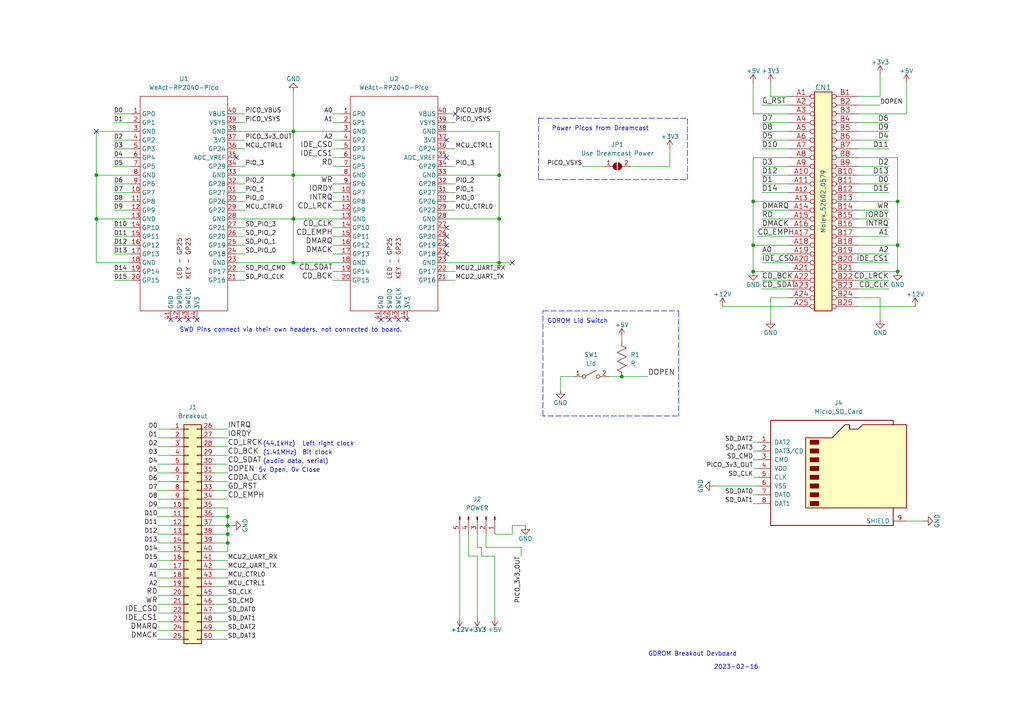
<source format=kicad_sch>
(kicad_sch (version 20211123) (generator eeschema)
  (paper "A4")
  (lib_symbols
    (symbol "Connector:Conn_01x05_Male" (pin_names (offset 1.016) hide)
      (property "Reference" "J" (at 0 7.62 0))
      (property "Value" "Conn_01x05_Male" (at 0 -7.62 0))
      (symbol "Conn_01x05_Male_1_1"
        (pin passive line (at 5.08 5.08 180) (length 3.81) (name "Pin_1") (number "1"))
        (pin passive line (at 5.08 2.54 180) (length 3.81) (name "Pin_2") (number "2"))
        (pin passive line (at 5.08 0 180) (length 3.81) (name "Pin_3") (number "3"))
        (pin passive line (at 5.08 -2.54 180) (length 3.81) (name "Pin_4") (number "4"))
        (pin passive line (at 5.08 -5.08 180) (length 3.81) (name "Pin_5") (number "5"))
      )
    )
    (symbol "Connector:Micro_SD_Card" (pin_names (offset 1.016))
      (property "Reference" "J" (at -16.51 15.24 0))
      (property "Value" "Micro_SD_Card" (at 16.51 15.24 0))
      (symbol "Micro_SD_Card_1_1"
        (pin bidirectional line (at -22.86 7.62 0) (length 3.81) (name "DAT2") (number "1"))
        (pin bidirectional line (at -22.86 5.08 0) (length 3.81) (name "DAT3/CD") (number "2"))
        (pin input line (at -22.86 2.54 0) (length 3.81) (name "CMD") (number "3"))
        (pin power_in line (at -22.86 0 0) (length 3.81) (name "VDD") (number "4"))
        (pin input line (at -22.86 -2.54 0) (length 3.81) (name "CLK") (number "5"))
        (pin power_in line (at -22.86 -5.08 0) (length 3.81) (name "VSS") (number "6"))
        (pin bidirectional line (at -22.86 -7.62 0) (length 3.81) (name "DAT0") (number "7"))
        (pin bidirectional line (at -22.86 -10.16 0) (length 3.81) (name "DAT1") (number "8"))
        (pin passive line (at 20.32 -15.24 180) (length 3.81) (name "SHIELD") (number "9"))
      )
    )
    (symbol "Connector_Generic:Conn_02x25_Top_Bottom" (pin_names (offset 1.016) hide)
      (property "Reference" "J" (at 1.27 33.02 0))
      (property "Value" "Conn_02x25_Top_Bottom" (at 1.27 -33.02 0))
      (symbol "Conn_02x25_Top_Bottom_1_1"
        (pin passive line (at -5.08 30.48 0) (length 3.81) (name "Pin_1") (number "1"))
        (pin passive line (at -5.08 7.62 0) (length 3.81) (name "Pin_10") (number "10"))
        (pin passive line (at -5.08 5.08 0) (length 3.81) (name "Pin_11") (number "11"))
        (pin passive line (at -5.08 2.54 0) (length 3.81) (name "Pin_12") (number "12"))
        (pin passive line (at -5.08 0 0) (length 3.81) (name "Pin_13") (number "13"))
        (pin passive line (at -5.08 -2.54 0) (length 3.81) (name "Pin_14") (number "14"))
        (pin passive line (at -5.08 -5.08 0) (length 3.81) (name "Pin_15") (number "15"))
        (pin passive line (at -5.08 -7.62 0) (length 3.81) (name "Pin_16") (number "16"))
        (pin passive line (at -5.08 -10.16 0) (length 3.81) (name "Pin_17") (number "17"))
        (pin passive line (at -5.08 -12.7 0) (length 3.81) (name "Pin_18") (number "18"))
        (pin passive line (at -5.08 -15.24 0) (length 3.81) (name "Pin_19") (number "19"))
        (pin passive line (at -5.08 27.94 0) (length 3.81) (name "Pin_2") (number "2"))
        (pin passive line (at -5.08 -17.78 0) (length 3.81) (name "Pin_20") (number "20"))
        (pin passive line (at -5.08 -20.32 0) (length 3.81) (name "Pin_21") (number "21"))
        (pin passive line (at -5.08 -22.86 0) (length 3.81) (name "Pin_22") (number "22"))
        (pin passive line (at -5.08 -25.4 0) (length 3.81) (name "Pin_23") (number "23"))
        (pin passive line (at -5.08 -27.94 0) (length 3.81) (name "Pin_24") (number "24"))
        (pin passive line (at -5.08 -30.48 0) (length 3.81) (name "Pin_25") (number "25"))
        (pin passive line (at 7.62 30.48 180) (length 3.81) (name "Pin_26") (number "26"))
        (pin passive line (at 7.62 27.94 180) (length 3.81) (name "Pin_27") (number "27"))
        (pin passive line (at 7.62 25.4 180) (length 3.81) (name "Pin_28") (number "28"))
        (pin passive line (at 7.62 22.86 180) (length 3.81) (name "Pin_29") (number "29"))
        (pin passive line (at -5.08 25.4 0) (length 3.81) (name "Pin_3") (number "3"))
        (pin passive line (at 7.62 20.32 180) (length 3.81) (name "Pin_30") (number "30"))
        (pin passive line (at 7.62 17.78 180) (length 3.81) (name "Pin_31") (number "31"))
        (pin passive line (at 7.62 15.24 180) (length 3.81) (name "Pin_32") (number "32"))
        (pin passive line (at 7.62 12.7 180) (length 3.81) (name "Pin_33") (number "33"))
        (pin passive line (at 7.62 10.16 180) (length 3.81) (name "Pin_34") (number "34"))
        (pin passive line (at 7.62 7.62 180) (length 3.81) (name "Pin_35") (number "35"))
        (pin passive line (at 7.62 5.08 180) (length 3.81) (name "Pin_36") (number "36"))
        (pin passive line (at 7.62 2.54 180) (length 3.81) (name "Pin_37") (number "37"))
        (pin passive line (at 7.62 0 180) (length 3.81) (name "Pin_38") (number "38"))
        (pin passive line (at 7.62 -2.54 180) (length 3.81) (name "Pin_39") (number "39"))
        (pin passive line (at -5.08 22.86 0) (length 3.81) (name "Pin_4") (number "4"))
        (pin passive line (at 7.62 -5.08 180) (length 3.81) (name "Pin_40") (number "40"))
        (pin passive line (at 7.62 -7.62 180) (length 3.81) (name "Pin_41") (number "41"))
        (pin passive line (at 7.62 -10.16 180) (length 3.81) (name "Pin_42") (number "42"))
        (pin passive line (at 7.62 -12.7 180) (length 3.81) (name "Pin_43") (number "43"))
        (pin passive line (at 7.62 -15.24 180) (length 3.81) (name "Pin_44") (number "44"))
        (pin passive line (at 7.62 -17.78 180) (length 3.81) (name "Pin_45") (number "45"))
        (pin passive line (at 7.62 -20.32 180) (length 3.81) (name "Pin_46") (number "46"))
        (pin passive line (at 7.62 -22.86 180) (length 3.81) (name "Pin_47") (number "47"))
        (pin passive line (at 7.62 -25.4 180) (length 3.81) (name "Pin_48") (number "48"))
        (pin passive line (at 7.62 -27.94 180) (length 3.81) (name "Pin_49") (number "49"))
        (pin passive line (at -5.08 20.32 0) (length 3.81) (name "Pin_5") (number "5"))
        (pin passive line (at 7.62 -30.48 180) (length 3.81) (name "Pin_50") (number "50"))
        (pin passive line (at -5.08 17.78 0) (length 3.81) (name "Pin_6") (number "6"))
        (pin passive line (at -5.08 15.24 0) (length 3.81) (name "Pin_7") (number "7"))
        (pin passive line (at -5.08 12.7 0) (length 3.81) (name "Pin_8") (number "8"))
        (pin passive line (at -5.08 10.16 0) (length 3.81) (name "Pin_9") (number "9"))
      )
    )
    (symbol "Jumper:SolderJumper_2_Open" (pin_names (offset 0) hide)
      (property "Reference" "JP" (at 0 2.032 0))
      (property "Value" "SolderJumper_2_Open" (at 0 -2.54 0))
      (symbol "SolderJumper_2_Open_1_1"
        (pin passive line (at -3.81 0 0) (length 2.54) (name "A") (number "1"))
        (pin passive line (at 3.81 0 180) (length 2.54) (name "B") (number "2"))
      )
    )
    (symbol "Molex_52602_0579:Molex_52602_0579" (pin_names (offset 0.254) hide)
      (property "Reference" "CN" (at 0 33.02 0))
      (property "Value" "Molex_52602_0579" (at 0 0 90))
      (symbol "Molex_52602_0579_1_1"
        (pin passive inverted (at -10.16 30.48 0) (length 7.62) (name "A1") (number "A1"))
        (pin passive inverted (at -10.16 7.62 0) (length 7.62) (name "A10") (number "A10"))
        (pin passive inverted (at -10.16 5.08 0) (length 7.62) (name "A11") (number "A11"))
        (pin input inverted (at -10.16 2.54 0) (length 7.62) (name "A12") (number "A12"))
        (pin input inverted (at -10.16 0 0) (length 7.62) (name "A13") (number "A13"))
        (pin passive inverted (at -10.16 -2.54 0) (length 7.62) (name "A14") (number "A14"))
        (pin passive inverted (at -10.16 -5.08 0) (length 7.62) (name "A15") (number "A15"))
        (pin passive inverted (at -10.16 -7.62 0) (length 7.62) (name "A16") (number "A16"))
        (pin passive inverted (at -10.16 -10.16 0) (length 7.62) (name "A17") (number "A17"))
        (pin passive inverted (at -10.16 -12.7 0) (length 7.62) (name "A18") (number "A18"))
        (pin passive inverted (at -10.16 -15.24 0) (length 7.62) (name "A19") (number "A19"))
        (pin passive inverted (at -10.16 27.94 0) (length 7.62) (name "A2") (number "A2"))
        (pin passive inverted (at -10.16 -17.78 0) (length 7.62) (name "A20") (number "A20"))
        (pin passive inverted (at -10.16 -20.32 0) (length 7.62) (name "A21") (number "A21"))
        (pin passive inverted (at -10.16 -22.86 0) (length 7.62) (name "A22") (number "A22"))
        (pin passive inverted (at -10.16 -25.4 0) (length 7.62) (name "A23") (number "A23"))
        (pin passive inverted (at -10.16 -27.94 0) (length 7.62) (name "A24") (number "A24"))
        (pin passive inverted (at -10.16 -30.48 0) (length 7.62) (name "A25") (number "A25"))
        (pin passive inverted (at -10.16 25.4 0) (length 7.62) (name "A3") (number "A3"))
        (pin passive inverted (at -10.16 22.86 0) (length 7.62) (name "A4") (number "A4"))
        (pin passive inverted (at -10.16 20.32 0) (length 7.62) (name "A5") (number "A5"))
        (pin passive inverted (at -10.16 17.78 0) (length 7.62) (name "A6") (number "A6"))
        (pin passive inverted (at -10.16 15.24 0) (length 7.62) (name "A7") (number "A7"))
        (pin passive inverted (at -10.16 12.7 0) (length 7.62) (name "A8") (number "A8"))
        (pin passive inverted (at -10.16 10.16 0) (length 7.62) (name "A9") (number "A9"))
        (pin passive inverted (at 10.16 30.48 180) (length 7.62) (name "B1") (number "B1"))
        (pin passive inverted (at 10.16 7.62 180) (length 7.62) (name "B10") (number "B10"))
        (pin passive inverted (at 10.16 5.08 180) (length 7.62) (name "B11") (number "B11"))
        (pin passive inverted (at 10.16 2.54 180) (length 7.62) (name "B12") (number "B12"))
        (pin passive inverted (at 10.16 0 180) (length 7.62) (name "B13") (number "B13"))
        (pin passive inverted (at 10.16 -2.54 180) (length 7.62) (name "B14") (number "B14"))
        (pin passive inverted (at 10.16 -5.08 180) (length 7.62) (name "B15") (number "B15"))
        (pin passive inverted (at 10.16 -7.62 180) (length 7.62) (name "B16") (number "B16"))
        (pin passive inverted (at 10.16 -10.16 180) (length 7.62) (name "B17") (number "B17"))
        (pin passive inverted (at 10.16 -12.7 180) (length 7.62) (name "B18") (number "B18"))
        (pin passive inverted (at 10.16 -15.24 180) (length 7.62) (name "B19") (number "B19"))
        (pin passive inverted (at 10.16 27.94 180) (length 7.62) (name "B2") (number "B2"))
        (pin passive inverted (at 10.16 -17.78 180) (length 7.62) (name "B20") (number "B20"))
        (pin passive inverted (at 10.16 -20.32 180) (length 7.62) (name "B21") (number "B21"))
        (pin passive inverted (at 10.16 -22.86 180) (length 7.62) (name "B22") (number "B22"))
        (pin passive inverted (at 10.16 -25.4 180) (length 7.62) (name "B23") (number "B23"))
        (pin passive inverted (at 10.16 -27.94 180) (length 7.62) (name "B24") (number "B24"))
        (pin passive inverted (at 10.16 -30.48 180) (length 7.62) (name "B25") (number "B25"))
        (pin passive inverted (at 10.16 25.4 180) (length 7.62) (name "B3") (number "B3"))
        (pin passive inverted (at 10.16 22.86 180) (length 7.62) (name "B4") (number "B4"))
        (pin passive inverted (at 10.16 20.32 180) (length 7.62) (name "B5") (number "B5"))
        (pin passive inverted (at 10.16 17.78 180) (length 7.62) (name "B6") (number "B6"))
        (pin passive inverted (at 10.16 15.24 180) (length 7.62) (name "B7") (number "B7"))
        (pin passive inverted (at 10.16 12.7 180) (length 7.62) (name "B8") (number "B8"))
        (pin passive inverted (at 10.16 10.16 180) (length 7.62) (name "B9") (number "B9"))
      )
    )
    (symbol "Switch:SW_SPST" (pin_names (offset 0) hide)
      (property "Reference" "SW" (at 0 3.175 0))
      (property "Value" "SW_SPST" (at 0 -2.54 0))
      (symbol "SW_SPST_1_1"
        (pin passive line (at -5.08 0 0) (length 2.54) (name "A") (number "1"))
        (pin passive line (at 5.08 0 180) (length 2.54) (name "B") (number "2"))
      )
    )
    (symbol "Weact-RP2040-Pico:WeAct-RP2040-Pico"
      (property "Reference" "U" (at 0 16.51 0))
      (property "Value" "WeAct-RP2040-Pico" (at 0 19.05 0))
      (symbol "WeAct-RP2040-Pico_0_0"
        (text "KEY - GP23" (at 1.27 -26.67 900) (effects (font (size 1.27 1.27))))
        (text "LED - GP25" (at -1.27 -26.67 900) (effects (font (size 1.27 1.27))))
      )
      (symbol "WeAct-RP2040-Pico_1_1"
        (pin bidirectional line (at -15.24 15.24 0) (length 2.54) (name "GP0") (number "1"))
        (pin bidirectional line (at -15.24 -7.62 0) (length 2.54) (name "GP7") (number "10"))
        (pin bidirectional line (at -15.24 -10.16 0) (length 2.54) (name "GP8") (number "11"))
        (pin bidirectional line (at -15.24 -12.7 0) (length 2.54) (name "GP9") (number "12"))
        (pin bidirectional line (at -15.24 -15.24 0) (length 2.54) (name "GND") (number "13"))
        (pin bidirectional line (at -15.24 -17.78 0) (length 2.54) (name "GP10") (number "14"))
        (pin bidirectional line (at -15.24 -20.32 0) (length 2.54) (name "GP11") (number "15"))
        (pin bidirectional line (at -15.24 -22.86 0) (length 2.54) (name "GP12") (number "16"))
        (pin bidirectional line (at -15.24 -25.4 0) (length 2.54) (name "GP13") (number "17"))
        (pin bidirectional line (at -15.24 -27.94 0) (length 2.54) (name "GND") (number "18"))
        (pin bidirectional line (at -15.24 -30.48 0) (length 2.54) (name "GP14") (number "19"))
        (pin bidirectional line (at -15.24 12.7 0) (length 2.54) (name "GP1") (number "2"))
        (pin bidirectional line (at -15.24 -33.02 0) (length 2.54) (name "GP15") (number "20"))
        (pin bidirectional line (at 15.24 -33.02 180) (length 2.54) (name "GP16") (number "21"))
        (pin bidirectional line (at 15.24 -30.48 180) (length 2.54) (name "GP17") (number "22"))
        (pin bidirectional line (at 15.24 -27.94 180) (length 2.54) (name "GND") (number "23"))
        (pin bidirectional line (at 15.24 -25.4 180) (length 2.54) (name "GP18") (number "24"))
        (pin bidirectional line (at 15.24 -22.86 180) (length 2.54) (name "GP19") (number "25"))
        (pin bidirectional line (at 15.24 -20.32 180) (length 2.54) (name "GP20") (number "26"))
        (pin bidirectional line (at 15.24 -17.78 180) (length 2.54) (name "GP21") (number "27"))
        (pin bidirectional line (at 15.24 -15.24 180) (length 2.54) (name "GND") (number "28"))
        (pin bidirectional line (at 15.24 -12.7 180) (length 2.54) (name "GP22") (number "29"))
        (pin bidirectional line (at -15.24 10.16 0) (length 2.54) (name "GND") (number "3"))
        (pin bidirectional line (at 15.24 -10.16 180) (length 2.54) (name "GP26") (number "30"))
        (pin bidirectional line (at 15.24 -7.62 180) (length 2.54) (name "GP27") (number "31"))
        (pin bidirectional line (at 15.24 -5.08 180) (length 2.54) (name "GP28") (number "32"))
        (pin bidirectional line (at 15.24 -2.54 180) (length 2.54) (name "GND") (number "33"))
        (pin bidirectional line (at 15.24 0 180) (length 2.54) (name "GP29") (number "34"))
        (pin bidirectional line (at 15.24 2.54 180) (length 2.54) (name "ADC_VREF") (number "35"))
        (pin bidirectional line (at 15.24 5.08 180) (length 2.54) (name "GP24") (number "36"))
        (pin bidirectional line (at 15.24 7.62 180) (length 2.54) (name "3V3") (number "37"))
        (pin bidirectional line (at 15.24 10.16 180) (length 2.54) (name "GND") (number "38"))
        (pin bidirectional line (at 15.24 12.7 180) (length 2.54) (name "VSYS") (number "39"))
        (pin bidirectional line (at -15.24 7.62 0) (length 2.54) (name "GP2") (number "4"))
        (pin bidirectional line (at 15.24 15.24 180) (length 2.54) (name "VBUS") (number "40"))
        (pin bidirectional line (at -3.81 -44.45 90) (length 2.54) (name "GND") (number "41"))
        (pin bidirectional line (at -1.27 -44.45 90) (length 2.54) (name "SWDIO") (number "42"))
        (pin bidirectional line (at 1.27 -44.45 90) (length 2.54) (name "SWCLK") (number "43"))
        (pin bidirectional line (at 3.81 -44.45 90) (length 2.54) (name "3V3") (number "44"))
        (pin bidirectional line (at -15.24 5.08 0) (length 2.54) (name "GP3") (number "5"))
        (pin bidirectional line (at -15.24 2.54 0) (length 2.54) (name "GP4") (number "6"))
        (pin bidirectional line (at -15.24 0 0) (length 2.54) (name "GP5") (number "7"))
        (pin bidirectional line (at -15.24 -2.54 0) (length 2.54) (name "GND") (number "8"))
        (pin bidirectional line (at -15.24 -5.08 0) (length 2.54) (name "GP6") (number "9"))
      )
    )
    (symbol "db-passives:R" (pin_numbers hide) (pin_names (offset 0))
      (property "Reference" "R" (at 2.54 0 90))
      (property "Value" "R" (at -2.54 -0.635 90))
      (symbol "R_1_1"
        (pin passive line (at 0 5.08 270) (length 1.27) (name "~") (number "1"))
        (pin passive line (at 0 -5.08 90) (length 1.27) (name "~") (number "2"))
      )
    )
    (symbol "power:+12V" (power) (pin_names (offset 0))
      (property "Value" "+12V" (at 0 3.556 0))
      (symbol "+12V_1_1"
        (pin power_in line (at 0 0 90) (length 0) hide (name "+12V") (number "1"))
      )
    )
    (symbol "power:+3V3" (power) (pin_names (offset 0))
      (property "Value" "+3V3" (at 0 3.556 0))
      (symbol "+3V3_1_1"
        (pin power_in line (at 0 0 90) (length 0) hide (name "+3V3") (number "1"))
      )
    )
    (symbol "power:+5V" (power) (pin_names (offset 0))
      (property "Value" "+5V" (at 0 3.556 0))
      (symbol "+5V_1_1"
        (pin power_in line (at 0 0 90) (length 0) hide (name "+5V") (number "1"))
      )
    )
    (symbol "power:GND" (power) (pin_names (offset 0))
      (property "Value" "GND" (at 0 -3.81 0))
      (symbol "GND_1_1"
        (pin power_in line (at 0 0 270) (length 0) hide (name "GND") (number "1"))
      )
    )
  )
  (junction (at 260.35 58.42))
  (junction (at 27.94 63.5))
  (junction (at 144.78 63.5))
  (junction (at 85.09 38.1))
  (junction (at 66.04 157.48))
  (junction (at 180.34 109.22))
  (junction (at 218.44 71.12))
  (junction (at 144.78 50.8))
  (junction (at 260.35 78.74))
  (junction (at 218.44 58.42))
  (junction (at 85.09 63.5))
  (junction (at 144.78 76.2))
  (junction (at 66.04 152.4))
  (junction (at 85.09 76.2))
  (junction (at 218.44 78.74))
  (junction (at 66.04 149.86))
  (junction (at 260.35 71.12))
  (junction (at 27.94 50.8))
  (junction (at 66.04 154.94))
  (junction (at 85.09 50.8))
  (no_connect (at 27.94 38.1))
  (no_connect (at 148.59 76.2))
  (no_connect (at 132.08 33.02))
  (no_connect (at 68.58 45.72))
  (no_connect (at 129.54 40.64))
  (no_connect (at 129.54 45.72))
  (no_connect (at 129.54 68.58))
  (no_connect (at 129.54 66.04))
  (no_connect (at 129.54 71.12))
  (no_connect (at 129.54 73.66))
  (no_connect (at 52.07 92.71))
  (no_connect (at 54.61 92.71))
  (no_connect (at 57.15 92.71))
  (no_connect (at 49.53 92.71))
  (no_connect (at 113.03 92.71))
  (no_connect (at 118.11 92.71))
  (no_connect (at 110.49 92.71))
  (no_connect (at 115.57 92.71))
  (wire (pts (xy 38.1 50.8) (xy 27.94 50.8)))
  (wire (pts (xy 260.35 45.72) (xy 260.35 58.42)))
  (wire (pts (xy 218.44 138.43) (xy 219.71 138.43)))
  (wire (pts (xy 45.72 180.34) (xy 49.53 180.34)))
  (wire (pts (xy 129.54 43.18) (xy 132.08 43.18)))
  (wire (pts (xy 62.23 152.4) (xy 66.04 152.4)))
  (wire (pts (xy 255.27 86.36) (xy 255.27 92.71)))
  (wire (pts (xy 62.23 124.46) (xy 66.04 124.46)))
  (wire (pts (xy 228.6 35.56) (xy 220.98 35.56)))
  (wire (pts (xy 144.78 63.5) (xy 144.78 76.2)))
  (wire (pts (xy 96.52 35.56) (xy 99.06 35.56)))
  (wire (pts (xy 33.02 53.34) (xy 38.1 53.34)))
  (wire (pts (xy 129.54 33.02) (xy 132.08 33.02)))
  (wire (pts (xy 143.51 154.94) (xy 148.59 154.94)))
  (wire (pts (xy 180.34 109.22) (xy 187.96 109.22)))
  (wire (pts (xy 45.72 170.18) (xy 49.53 170.18)))
  (wire (pts (xy 96.52 40.64) (xy 99.06 40.64)))
  (wire (pts (xy 248.92 35.56) (xy 257.81 35.56)))
  (wire (pts (xy 45.72 165.1) (xy 49.53 165.1)))
  (wire (pts (xy 129.54 48.26) (xy 132.08 48.26)))
  (wire (pts (xy 96.52 81.28) (xy 99.06 81.28)))
  (wire (pts (xy 38.1 76.2) (xy 27.94 76.2)))
  (wire (pts (xy 68.58 63.5) (xy 85.09 63.5)))
  (wire (pts (xy 45.72 147.32) (xy 49.53 147.32)))
  (wire (pts (xy 218.44 143.51) (xy 219.71 143.51)))
  (wire (pts (xy 62.23 180.34) (xy 66.04 180.34)))
  (polyline (pts (xy 199.39 52.07) (xy 199.39 34.29)))
  (wire (pts (xy 33.02 58.42) (xy 38.1 58.42)))
  (wire (pts (xy 33.02 33.02) (xy 38.1 33.02)))
  (wire (pts (xy 260.35 71.12) (xy 260.35 78.74)))
  (wire (pts (xy 45.72 172.72) (xy 49.53 172.72)))
  (wire (pts (xy 68.58 40.64) (xy 71.12 40.64)))
  (wire (pts (xy 262.89 151.13) (xy 267.97 151.13)))
  (wire (pts (xy 218.44 71.12) (xy 228.6 71.12)))
  (wire (pts (xy 62.23 144.78) (xy 66.04 144.78)))
  (polyline (pts (xy 196.85 90.17) (xy 196.85 120.65)))
  (wire (pts (xy 218.44 45.72) (xy 218.44 58.42)))
  (polyline (pts (xy 156.21 34.29) (xy 156.21 52.07)))
  (wire (pts (xy 218.44 33.02) (xy 228.6 33.02)))
  (wire (pts (xy 248.92 81.28) (xy 257.81 81.28)))
  (wire (pts (xy 248.92 48.26) (xy 257.81 48.26)))
  (wire (pts (xy 85.09 38.1) (xy 99.06 38.1)))
  (polyline (pts (xy 433.07 -17.78) (xy 433.07 -16.51)))
  (wire (pts (xy 248.92 43.18) (xy 257.81 43.18)))
  (wire (pts (xy 248.92 83.82) (xy 257.81 83.82)))
  (wire (pts (xy 248.92 86.36) (xy 255.27 86.36)))
  (wire (pts (xy 218.44 133.35) (xy 219.71 133.35)))
  (wire (pts (xy 248.92 53.34) (xy 257.81 53.34)))
  (wire (pts (xy 228.6 30.48) (xy 220.98 30.48)))
  (wire (pts (xy 33.02 66.04) (xy 38.1 66.04)))
  (wire (pts (xy 27.94 50.8) (xy 27.94 38.1)))
  (wire (pts (xy 33.02 71.12) (xy 38.1 71.12)))
  (wire (pts (xy 68.58 60.96) (xy 71.12 60.96)))
  (wire (pts (xy 45.72 175.26) (xy 49.53 175.26)))
  (wire (pts (xy 144.78 38.1) (xy 144.78 50.8)))
  (wire (pts (xy 62.23 165.1) (xy 66.04 165.1)))
  (wire (pts (xy 33.02 55.88) (xy 38.1 55.88)))
  (wire (pts (xy 223.52 27.94) (xy 228.6 27.94)))
  (wire (pts (xy 62.23 177.8) (xy 66.04 177.8)))
  (wire (pts (xy 68.58 81.28) (xy 71.12 81.28)))
  (wire (pts (xy 45.72 142.24) (xy 49.53 142.24)))
  (wire (pts (xy 45.72 160.02) (xy 49.53 160.02)))
  (wire (pts (xy 85.09 76.2) (xy 99.06 76.2)))
  (wire (pts (xy 45.72 144.78) (xy 49.53 144.78)))
  (wire (pts (xy 228.6 86.36) (xy 223.52 86.36)))
  (wire (pts (xy 66.04 152.4) (xy 67.31 152.4)))
  (wire (pts (xy 176.53 109.22) (xy 180.34 109.22)))
  (wire (pts (xy 38.1 63.5) (xy 27.94 63.5)))
  (wire (pts (xy 218.44 146.05) (xy 219.71 146.05)))
  (wire (pts (xy 66.04 157.48) (xy 66.04 154.94)))
  (wire (pts (xy 45.72 154.94) (xy 49.53 154.94)))
  (wire (pts (xy 138.43 161.29) (xy 135.89 161.29)))
  (wire (pts (xy 218.44 58.42) (xy 228.6 58.42)))
  (wire (pts (xy 62.23 185.42) (xy 66.04 185.42)))
  (wire (pts (xy 260.35 71.12) (xy 248.92 71.12)))
  (wire (pts (xy 45.72 182.88) (xy 49.53 182.88)))
  (wire (pts (xy 33.02 73.66) (xy 38.1 73.66)))
  (wire (pts (xy 96.52 73.66) (xy 99.06 73.66)))
  (wire (pts (xy 194.31 43.18) (xy 194.31 48.26)))
  (wire (pts (xy 33.02 81.28) (xy 38.1 81.28)))
  (wire (pts (xy 162.56 113.03) (xy 162.56 109.22)))
  (polyline (pts (xy 156.21 34.29) (xy 199.39 34.29)))
  (wire (pts (xy 62.23 160.02) (xy 66.04 160.02)))
  (wire (pts (xy 139.7 158.75) (xy 138.43 158.75)))
  (wire (pts (xy 223.52 86.36) (xy 223.52 92.71)))
  (wire (pts (xy 129.54 50.8) (xy 144.78 50.8)))
  (wire (pts (xy 139.7 161.29) (xy 139.7 158.75)))
  (polyline (pts (xy 157.48 90.17) (xy 196.85 90.17)))
  (wire (pts (xy 133.35 154.94) (xy 133.35 179.07)))
  (wire (pts (xy 129.54 63.5) (xy 144.78 63.5)))
  (wire (pts (xy 62.23 134.62) (xy 66.04 134.62)))
  (wire (pts (xy 248.92 60.96) (xy 257.81 60.96)))
  (wire (pts (xy 248.92 33.02) (xy 262.89 33.02)))
  (wire (pts (xy 180.34 97.79) (xy 180.34 99.06)))
  (wire (pts (xy 33.02 35.56) (xy 38.1 35.56)))
  (wire (pts (xy 260.35 58.42) (xy 260.35 71.12)))
  (wire (pts (xy 62.23 172.72) (xy 66.04 172.72)))
  (wire (pts (xy 96.52 71.12) (xy 99.06 71.12)))
  (wire (pts (xy 68.58 38.1) (xy 85.09 38.1)))
  (wire (pts (xy 45.72 177.8) (xy 49.53 177.8)))
  (wire (pts (xy 62.23 139.7) (xy 66.04 139.7)))
  (wire (pts (xy 144.78 50.8) (xy 144.78 63.5)))
  (wire (pts (xy 33.02 68.58) (xy 38.1 68.58)))
  (wire (pts (xy 218.44 71.12) (xy 218.44 78.74)))
  (wire (pts (xy 33.02 48.26) (xy 38.1 48.26)))
  (wire (pts (xy 228.6 53.34) (xy 220.98 53.34)))
  (wire (pts (xy 96.52 53.34) (xy 99.06 53.34)))
  (wire (pts (xy 68.58 53.34) (xy 71.12 53.34)))
  (wire (pts (xy 62.23 175.26) (xy 66.04 175.26)))
  (wire (pts (xy 129.54 81.28) (xy 132.08 81.28)))
  (wire (pts (xy 45.72 149.86) (xy 49.53 149.86)))
  (wire (pts (xy 220.98 63.5) (xy 228.6 63.5)))
  (wire (pts (xy 248.92 88.9) (xy 265.43 88.9)))
  (wire (pts (xy 248.92 68.58) (xy 257.81 68.58)))
  (wire (pts (xy 68.58 76.2) (xy 85.09 76.2)))
  (wire (pts (xy 162.56 109.22) (xy 166.37 109.22)))
  (wire (pts (xy 96.52 43.18) (xy 99.06 43.18)))
  (polyline (pts (xy 157.48 120.65) (xy 157.48 90.17)))
  (polyline (pts (xy 187.96 120.65) (xy 157.48 120.65)))
  (wire (pts (xy 68.58 48.26) (xy 71.12 48.26)))
  (wire (pts (xy 228.6 50.8) (xy 220.98 50.8)))
  (wire (pts (xy 248.92 66.04) (xy 257.81 66.04)))
  (wire (pts (xy 96.52 55.88) (xy 99.06 55.88)))
  (wire (pts (xy 45.72 157.48) (xy 49.53 157.48)))
  (wire (pts (xy 129.54 76.2) (xy 144.78 76.2)))
  (wire (pts (xy 85.09 63.5) (xy 99.06 63.5)))
  (wire (pts (xy 68.58 68.58) (xy 71.12 68.58)))
  (wire (pts (xy 148.59 152.4) (xy 152.4 152.4)))
  (wire (pts (xy 68.58 66.04) (xy 71.12 66.04)))
  (wire (pts (xy 96.52 33.02) (xy 99.06 33.02)))
  (wire (pts (xy 260.35 78.74) (xy 248.92 78.74)))
  (wire (pts (xy 68.58 71.12) (xy 71.12 71.12)))
  (wire (pts (xy 66.04 149.86) (xy 66.04 152.4)))
  (wire (pts (xy 62.23 167.64) (xy 66.04 167.64)))
  (wire (pts (xy 248.92 38.1) (xy 257.81 38.1)))
  (wire (pts (xy 62.23 129.54) (xy 66.04 129.54)))
  (wire (pts (xy 96.52 78.74) (xy 99.06 78.74)))
  (wire (pts (xy 96.52 58.42) (xy 99.06 58.42)))
  (wire (pts (xy 129.54 38.1) (xy 144.78 38.1)))
  (wire (pts (xy 168.91 48.26) (xy 175.26 48.26)))
  (wire (pts (xy 248.92 30.48) (xy 255.27 30.48)))
  (wire (pts (xy 218.44 78.74) (xy 228.6 78.74)))
  (polyline (pts (xy 500.38 -17.78) (xy 433.07 -17.78)))
  (wire (pts (xy 85.09 50.8) (xy 85.09 38.1)))
  (wire (pts (xy 62.23 170.18) (xy 66.04 170.18)))
  (wire (pts (xy 138.43 158.75) (xy 138.43 154.94)))
  (wire (pts (xy 143.51 161.29) (xy 139.7 161.29)))
  (wire (pts (xy 68.58 55.88) (xy 71.12 55.88)))
  (wire (pts (xy 62.23 182.88) (xy 66.04 182.88)))
  (wire (pts (xy 129.54 58.42) (xy 132.08 58.42)))
  (wire (pts (xy 33.02 40.64) (xy 38.1 40.64)))
  (wire (pts (xy 223.52 24.13) (xy 223.52 27.94)))
  (wire (pts (xy 248.92 55.88) (xy 257.81 55.88)))
  (wire (pts (xy 27.94 63.5) (xy 27.94 50.8)))
  (wire (pts (xy 218.44 45.72) (xy 228.6 45.72)))
  (wire (pts (xy 248.92 50.8) (xy 257.81 50.8)))
  (wire (pts (xy 68.58 43.18) (xy 71.12 43.18)))
  (wire (pts (xy 220.98 83.82) (xy 228.6 83.82)))
  (wire (pts (xy 62.23 137.16) (xy 66.04 137.16)))
  (polyline (pts (xy 433.07 -16.51) (xy 433.07 -2.54)))
  (wire (pts (xy 62.23 162.56) (xy 66.04 162.56)))
  (wire (pts (xy 248.92 45.72) (xy 260.35 45.72)))
  (wire (pts (xy 194.31 48.26) (xy 182.88 48.26)))
  (wire (pts (xy 96.52 68.58) (xy 99.06 68.58)))
  (wire (pts (xy 218.44 128.27) (xy 219.71 128.27)))
  (wire (pts (xy 96.52 66.04) (xy 99.06 66.04)))
  (wire (pts (xy 248.92 73.66) (xy 257.81 73.66)))
  (wire (pts (xy 228.6 81.28) (xy 220.98 81.28)))
  (wire (pts (xy 129.54 60.96) (xy 132.08 60.96)))
  (wire (pts (xy 33.02 45.72) (xy 38.1 45.72)))
  (wire (pts (xy 45.72 129.54) (xy 49.53 129.54)))
  (wire (pts (xy 62.23 147.32) (xy 66.04 147.32)))
  (wire (pts (xy 151.13 158.75) (xy 140.97 158.75)))
  (wire (pts (xy 85.09 50.8) (xy 99.06 50.8)))
  (wire (pts (xy 33.02 43.18) (xy 38.1 43.18)))
  (wire (pts (xy 68.58 58.42) (xy 71.12 58.42)))
  (wire (pts (xy 68.58 73.66) (xy 71.12 73.66)))
  (wire (pts (xy 68.58 35.56) (xy 71.12 35.56)))
  (wire (pts (xy 148.59 76.2) (xy 144.78 76.2)))
  (wire (pts (xy 228.6 68.58) (xy 219.71 68.58)))
  (wire (pts (xy 45.72 162.56) (xy 49.53 162.56)))
  (wire (pts (xy 228.6 48.26) (xy 220.98 48.26)))
  (wire (pts (xy 255.27 21.59) (xy 255.27 27.94)))
  (wire (pts (xy 129.54 55.88) (xy 132.08 55.88)))
  (wire (pts (xy 140.97 158.75) (xy 140.97 154.94)))
  (wire (pts (xy 62.23 142.24) (xy 66.04 142.24)))
  (wire (pts (xy 45.72 127) (xy 49.53 127)))
  (polyline (pts (xy 187.96 120.65) (xy 196.85 120.65)))
  (wire (pts (xy 45.72 185.42) (xy 49.53 185.42)))
  (wire (pts (xy 262.89 33.02) (xy 262.89 24.13)))
  (polyline (pts (xy 500.38 -2.54) (xy 500.38 -17.78)))
  (wire (pts (xy 66.04 154.94) (xy 66.04 152.4)))
  (wire (pts (xy 62.23 157.48) (xy 66.04 157.48)))
  (wire (pts (xy 45.72 124.46) (xy 49.53 124.46)))
  (wire (pts (xy 143.51 161.29) (xy 143.51 179.07)))
  (wire (pts (xy 248.92 40.64) (xy 257.81 40.64)))
  (wire (pts (xy 228.6 73.66) (xy 220.98 73.66)))
  (wire (pts (xy 218.44 135.89) (xy 219.71 135.89)))
  (polyline (pts (xy 433.07 -2.54) (xy 500.38 -2.54)))
  (wire (pts (xy 96.52 48.26) (xy 99.06 48.26)))
  (wire (pts (xy 148.59 154.94) (xy 148.59 152.4)))
  (wire (pts (xy 45.72 137.16) (xy 49.53 137.16)))
  (wire (pts (xy 66.04 147.32) (xy 66.04 149.86)))
  (wire (pts (xy 151.13 161.29) (xy 151.13 158.75)))
  (wire (pts (xy 138.43 161.29) (xy 138.43 179.07)))
  (wire (pts (xy 68.58 50.8) (xy 85.09 50.8)))
  (wire (pts (xy 68.58 33.02) (xy 71.12 33.02)))
  (wire (pts (xy 129.54 35.56) (xy 132.08 35.56)))
  (wire (pts (xy 45.72 167.64) (xy 49.53 167.64)))
  (wire (pts (xy 27.94 76.2) (xy 27.94 63.5)))
  (wire (pts (xy 62.23 132.08) (xy 66.04 132.08)))
  (wire (pts (xy 135.89 154.94) (xy 135.89 161.29)))
  (wire (pts (xy 218.44 24.13) (xy 218.44 33.02)))
  (wire (pts (xy 129.54 78.74) (xy 132.08 78.74)))
  (wire (pts (xy 85.09 38.1) (xy 85.09 26.67)))
  (wire (pts (xy 129.54 53.34) (xy 132.08 53.34)))
  (wire (pts (xy 228.6 40.64) (xy 220.98 40.64)))
  (wire (pts (xy 62.23 127) (xy 66.04 127)))
  (wire (pts (xy 248.92 76.2) (xy 257.81 76.2)))
  (wire (pts (xy 228.6 38.1) (xy 220.98 38.1)))
  (wire (pts (xy 45.72 139.7) (xy 49.53 139.7)))
  (wire (pts (xy 45.72 152.4) (xy 49.53 152.4)))
  (wire (pts (xy 228.6 76.2) (xy 220.98 76.2)))
  (wire (pts (xy 66.04 160.02) (xy 66.04 157.48)))
  (wire (pts (xy 62.23 149.86) (xy 66.04 149.86)))
  (wire (pts (xy 96.52 45.72) (xy 99.06 45.72)))
  (wire (pts (xy 96.52 60.96) (xy 99.06 60.96)))
  (wire (pts (xy 45.72 132.08) (xy 49.53 132.08)))
  (wire (pts (xy 33.02 60.96) (xy 38.1 60.96)))
  (polyline (pts (xy 156.21 52.07) (xy 199.39 52.07)))
  (wire (pts (xy 85.09 63.5) (xy 85.09 50.8)))
  (wire (pts (xy 218.44 130.81) (xy 219.71 130.81)))
  (wire (pts (xy 255.27 27.94) (xy 248.92 27.94)))
  (wire (pts (xy 68.58 78.74) (xy 71.12 78.74)))
  (wire (pts (xy 248.92 58.42) (xy 260.35 58.42)))
  (wire (pts (xy 45.72 134.62) (xy 49.53 134.62)))
  (wire (pts (xy 33.02 78.74) (xy 38.1 78.74)))
  (wire (pts (xy 220.98 66.04) (xy 228.6 66.04)))
  (wire (pts (xy 218.44 58.42) (xy 218.44 71.12)))
  (wire (pts (xy 248.92 63.5) (xy 257.81 63.5)))
  (wire (pts (xy 228.6 55.88) (xy 220.98 55.88)))
  (wire (pts (xy 62.23 154.94) (xy 66.04 154.94)))
  (wire (pts (xy 228.6 43.18) (xy 220.98 43.18)))
  (wire (pts (xy 220.98 60.96) (xy 228.6 60.96)))
  (wire (pts (xy 207.01 140.97) (xy 219.71 140.97)))
  (wire (pts (xy 27.94 38.1) (xy 38.1 38.1)))
  (wire (pts (xy 85.09 76.2) (xy 85.09 63.5)))
  (wire (pts (xy 209.55 88.9) (xy 228.6 88.9)))
  (text "(1.41MHz)" (at 76.2 132.08 0) (effects (font (size 1.27 1.27)) (justify left bottom)))
  (text "SWD Pins connect via their own headers, not connected to board." (at 52.07 96.52 0) (effects (font (size 1.27 1.27)) (justify left bottom)))
  (text "RD (Read strobe signal from the host)\nAt the falling edge of this signal, the data on the DDO- DD7, DD8-DD15 data bus from the device \nregister or data port become valid. At the rising edge of this signal, the host latches on to the data. \nUntil latching is completed, the host cannot access the data. " (at 311.15 44.45 0) (effects (font (size 1.27 1.27)) (justify left bottom)))
  (text "5v Open, 0v Close" (at 74.93 137.16 0) (effects (font (size 1.27 1.27)) (justify left bottom)))
  (text "(1.41MHz)" (at 471.17 7.62 0) (effects (font (size 1.27 1.27)) (justify left bottom)))
  (text "(44.1kHz)" (at 76.2 129.54 0) (effects (font (size 1.27 1.27)) (justify left bottom)))
  (text "WR (Write strobe signal from the host)\nAt the falling edge of this signal, the data on \nDDO- DD7, DD8-DD15 data bus from the device \nregister or data port are latched. \n\nUntil latching is completed, \nthe device cannot access the data. " (at 311.15 64.77 0) (effects (font (size 1.27 1.27)) (justify left bottom)))
  (text "Left right clock\n" (at 482.6 5.08 0) (effects (font (size 1.27 1.27)) (justify left bottom)))
  (text "Left right clock\n" (at 87.63 129.54 0) (effects (font (size 1.27 1.27)) (justify left bottom)))
  (text "ROM address[10:8]" (at 309.88 -5.08 0) (effects (font (size 1.27 1.27)) (justify left bottom)))
  (text "GDROM Breakout Devboard" (at 187.96 190.5 0) (effects (font (size 1.27 1.27)) (justify left bottom)))
  (text " GD-ROM chip selection" (at 309.88 10.16 0) (effects (font (size 1.27 1.27)) (justify left bottom)))
  (text "Specifies the register and data read/write port." (at 303.53 -10.16 0) (effects (font (size 1.27 1.27)) (justify left bottom)))
  (text "Playback disc emphasis mode output \n(Outputs a high signal when the playback disc has emphasis, \nand a lot signal when there is no emphasis)" (at 435.61 -10.16 0) (effects (font (size 1.27 1.27)) (justify left bottom)))
  (text "Bit clock" (at 87.63 132.08 0) (effects (font (size 1.27 1.27)) (justify left bottom)))
  (text "D[15:8] In/Out\nG1 data bus-highest 8bit\n(Adapted to ROM address [7:0])" (at 430.53 39.37 0) (effects (font (size 1.27 1.27)) (justify left bottom)))
  (text "DMACK- (DMA acknowledge) (optional) \nThis signal is used by the host in response to DMARQ, for initiating a DMA transfer. \n\nDMARQ- (DMA request) (optional) \nThis signal is used for DMA transfer between the host and this device. When data transfer is \npossible, the device drives the signal. \n\nThe data transfer direction is controlled by the DIOR- and DIOW- commands. \n\nThis signal is used in handshaking with the DMACK- signal. \n\nWhen no device is selected and when no DMA commands are being executed, the signal line is \nalways in the high- impedance (release) state. \n\nWhen DMA transfer is being carried out, the signal is driven by the device. " (at 311.15 100.33 0) (effects (font (size 1.27 1.27)) (justify left bottom)))
  (text "(audio data, serial)" (at 471.17 10.16 0) (effects (font (size 1.27 1.27)) (justify left bottom)))
  (text "OUTPUTS?" (at 430.53 2.54 0) (effects (font (size 1.27 1.27)) (justify left bottom)))
  (text "(audio data, serial)" (at 76.2 134.62 0) (effects (font (size 1.27 1.27)) (justify left bottom)))
  (text "GDROM Lid Switch\n" (at 158.75 93.98 0) (effects (font (size 1.27 1.27)) (justify left bottom)))
  (text "2023-02-16\n" (at 207.01 194.31 0) (effects (font (size 1.27 1.27)) (justify left bottom)))
  (text "INTRQ (Device interrupt) \n\nServes for issuing an interrupt to the host. The INTRQ signal has a hold function which asserts \nthe interrupt only when the device is selected and the host has cleared the nIEN bit in the device \ncontrol register. \n\nWhen the nIEN bit is \"1\", or when the device is not selected, the INTRQ signal is in the \nhigh-impedance state, regardless of the presence of the hold interrupt. \n\nIn the interrupt hold state, the following OR conditions are cleared. \n\n♦ RESET signal assertion \n\n♦ Device control register SRSRT bit reset \n\n♦ When host has written to command register \n\n♦ When host has read from command register \n\nFor PIO transfer, the INTRQ signal is asserted at the start of each transferred data. The data \nblock is normally a single sector, unless declared otherwise by a separate method. \n\nFor DMA transfer, the INTRQ signal is asserted only once, after the command has terminated. " (at 311.15 157.48 0) (effects (font (size 1.27 1.27)) (justify left bottom)))
  (text "5v Open, 0v Close" (at 469.9 12.7 0) (effects (font (size 1.27 1.27)) (justify left bottom)))
  (text "33.8688 MHz" (at 441.96 6.35 0) (effects (font (size 1.27 1.27)) (justify left bottom)))
  (text "Power Picos from Dreamcast" (at 160.02 38.1 0) (effects (font (size 1.27 1.27)) (justify left bottom)))
  (text "(44.1kHz)" (at 471.17 5.08 0) (effects (font (size 1.27 1.27)) (justify left bottom)))
  (text "D[0:15]\nBidirectional data bus that can be used \neither as 8-bit or 16-bit bus. " (at 430.53 25.4 0) (effects (font (size 1.27 1.27)) (justify left bottom)))
  (text "IDE_CSO (Chip select 0) \nServes for selecting the command block register. \nNote: This signal is known as \"CS1FX-\" in the industry. \n\nIDE_CS1(Chip select 1) \nServes for selecting the control block register. \nNote: This signal is known as \"CS3FX-\" in the industry. " (at 311.15 26.67 0) (effects (font (size 1.27 1.27)) (justify left bottom)))
  (text "D[7:0] In/Out \nG1 data bus-lowest 8bit" (at 430.53 31.75 0) (effects (font (size 1.27 1.27)) (justify left bottom)))
  (text "IORDY (I/O channel ready) \n\nWhen the device cannot comply with a data transfer request, the signal is negated in order to \nexpand the register access host transfer cycles. \n\nWhen this signal is driven, it is valid only during the DIOR-/DIOW- cycle for the selected device. \n\nWhen the IORDY signal is not negated, it is in the high- impedance state, because it is an open \ncollector signal. " (at 311.15 185.42 0) (effects (font (size 1.27 1.27)) (justify left bottom)))
  (text "Bit clock" (at 482.6 7.62 0) (effects (font (size 1.27 1.27)) (justify left bottom)))
  (text "G1RAL[10:8] = A2, A1, A0" (at 309.88 -7.62 0) (effects (font (size 1.27 1.27)) (justify left bottom)))
  (text "INPUTS?" (at 461.01 1.27 0) (effects (font (size 1.27 1.27)) (justify left bottom)))
  (text "RESET (Device reset) \nThis signal is issued by the host. It is asserted at the start of power-on, and the assert state is \nmaintained until the power supply level has stabilized. This is a tolerance interval until device \nreset after power-on. \n\n\nMCK (Main clock) \n33.8688 MHz clock signal for AICA use. \n\n\nBCLK (Bit clock) \nClock signal for fetching Digital Audio. \n\n\nLRCK (Left right clock) \nDigital Audio left/right discriminant signal. \n\n\nSDTATA (Serial data) \nDigital Audio data. \n\n\nEMPH (Emphasis) \nA High output signal is obtainable if preemphasis is applied to Digital Audio during playback or \nscan playback. Should there be irregularities in the subcode Q data during playback, the value of \nthe previous time is retained and output. Low is output when power is turned ON, when reset, \nwhen playback is stopped, when the lid is open and when no disc is inserted. " (at 311.15 252.73 0) (effects (font (size 1.27 1.27)) (justify left bottom)))
  (label "IDE_CS0" (at 300.99 8.89 0) (effects (font (size 1.524 1.524))))
  (label "SD_DAT2" (at 218.44 128.27 180))
  (label "RD" (at 306.07 39.37 0) (effects (font (size 1.524 1.524))))
  (label "RD" (at 45.72 172.72 180) (effects (font (size 1.524 1.524))))
  (label "D8" (at 45.72 144.78 180))
  (label "D12" (at 45.72 154.94 180))
  (label "D3" (at 33.02 43.18 0))
  (label "CD_EMPH" (at 438.15 -6.35 0) (effects (font (size 1.524 1.524))))
  (label "D6" (at 33.02 53.34 0))
  (label "IDE_CS0" (at 45.72 177.8 180) (effects (font (size 1.524 1.524))))
  (label "D2" (at 33.02 40.64 0))
  (label "D15" (at 45.72 162.56 180))
  (label "SD_DAT3" (at 66.04 185.42 0))
  (label "SD_DAT2" (at 66.04 182.88 0))
  (label "IDE_CS1" (at 96.52 45.72 180) (effects (font (size 1.524 1.524))))
  (label "D9" (at 45.72 147.32 180))
  (label "CD_LRCK" (at 96.52 60.96 180) (effects (font (size 1.524 1.524))))
  (label "MCU2_UART_TX" (at 66.04 165.1 0))
  (label "A1" (at 45.72 167.64 180))
  (label "PICO_VSYS" (at 168.91 48.26 180))
  (label "PICO_VSYS" (at 71.12 35.56 0))
  (label "RD" (at 220.98 63.5 0) (effects (font (size 1.524 1.524))))
  (label "D13" (at 33.02 73.66 0))
  (label "D15" (at 257.81 55.88 180) (effects (font (size 1.524 1.524))))
  (label "DOPEN" (at 461.01 12.7 0) (effects (font (size 1.52 1.52))))
  (label "DMACK" (at 300.99 73.66 0) (effects (font (size 1.524 1.524))))
  (label "A2" (at 45.72 170.18 180))
  (label "DMARQ" (at 45.72 182.88 180) (effects (font (size 1.524 1.524))))
  (label "D13" (at 257.81 50.8 180) (effects (font (size 1.524 1.524))))
  (label "CD_LRCK" (at 66.04 129.54 0) (effects (font (size 1.524 1.524))))
  (label "G_RST" (at 220.98 30.48 0) (effects (font (size 1.524 1.524))))
  (label "PICO_3v3_OUT" (at 218.44 135.89 180))
  (label "MCU2_UART_TX" (at 132.08 81.28 0))
  (label "D5" (at 220.98 40.64 0) (effects (font (size 1.524 1.524))))
  (label "SD_PIO_3" (at 71.12 66.04 0))
  (label "IDE_CS0" (at 96.52 43.18 180) (effects (font (size 1.524 1.524))))
  (label "MCU_CTRL1" (at 66.04 170.18 0))
  (label "D7" (at 33.02 55.88 0))
  (label "D0" (at 45.72 124.46 180))
  (label "PICO_3v3_OUT" (at 151.13 161.29 270))
  (label "IORDY" (at 66.04 127 0) (effects (font (size 1.524 1.524))))
  (label "D15" (at 33.02 81.28 0))
  (label "SD_CLK" (at 218.44 138.43 180))
  (label "D12" (at 33.02 71.12 0))
  (label "CD_LRCK" (at 257.81 81.28 180) (effects (font (size 1.524 1.524))))
  (label "D6" (at 45.72 139.7 180))
  (label "IORDY" (at 302.26 168.91 0) (effects (font (size 1.524 1.524))))
  (label "MCU_CTRL0" (at 132.08 60.96 0))
  (label "CD_BCK" (at 66.04 132.08 0) (effects (font (size 1.524 1.524))))
  (label "CD_CLK" (at 257.81 83.82 180) (effects (font (size 1.524 1.524))))
  (label "IDE_CS0" (at 220.98 76.2 0) (effects (font (size 1.524 1.524))))
  (label "A0" (at 220.98 73.66 0) (effects (font (size 1.524 1.524))))
  (label "IDE_CS1" (at 45.72 180.34 180) (effects (font (size 1.524 1.524))))
  (label "D1" (at 45.72 127 180))
  (label "A1" (at 96.52 35.56 180))
  (label "SD_PIO_2" (at 71.12 68.58 0))
  (label "D10" (at 220.98 43.18 0) (effects (font (size 1.524 1.524))))
  (label "CD_BCK" (at 96.52 81.28 180) (effects (font (size 1.524 1.524))))
  (label "CD_SDAT" (at 96.52 78.74 180) (effects (font (size 1.524 1.524))))
  (label "CD_SDAT" (at 220.98 83.82 0) (effects (font (size 1.524 1.524))))
  (label "D3" (at 220.98 48.26 0) (effects (font (size 1.524 1.524))))
  (label "CD_EMPH" (at 219.71 68.58 0) (effects (font (size 1.524 1.524))))
  (label "SD_CMD" (at 66.04 175.26 0))
  (label "A2" (at 257.81 73.66 180) (effects (font (size 1.524 1.524))))
  (label "CD_BCK" (at 461.01 7.62 0) (effects (font (size 1.524 1.524))))
  (label "D0" (at 257.81 53.34 180) (effects (font (size 1.524 1.524))))
  (label "INTRQ" (at 302.26 113.03 0) (effects (font (size 1.524 1.524))))
  (label "D14" (at 33.02 78.74 0))
  (label "INTRQ" (at 96.52 58.42 180) (effects (font (size 1.524 1.524))))
  (label "A0" (at 45.72 165.1 180))
  (label "MCU2_UART_RX" (at 132.08 78.74 0))
  (label "A0" (at 96.52 33.02 180))
  (label "D1" (at 33.02 35.56 0))
  (label "CDDA_CLK" (at 430.53 6.35 0) (effects (font (size 1.524 1.524))))
  (label "D14" (at 45.72 160.02 180))
  (label "WR" (at 306.07 53.34 0) (effects (font (size 1.524 1.524))))
  (label "D4" (at 33.02 45.72 0))
  (label "SD_PIO_CMD" (at 71.12 78.74 0))
  (label "A1" (at 257.81 68.58 180) (effects (font (size 1.524 1.524))))
  (label "DOPEN" (at 187.96 109.22 0) (effects (font (size 1.52 1.52))))
  (label "A2" (at 303.53 -7.62 0))
  (label "SD_DAT3" (at 218.44 130.81 180))
  (label "PIO_3" (at 71.12 48.26 0))
  (label "D8" (at 33.02 58.42 0))
  (label "MCU_CTRL1" (at 71.12 43.18 0))
  (label "PICO_VBUS" (at 71.12 33.02 0))
  (label "D7" (at 220.98 35.56 0) (effects (font (size 1.524 1.524))))
  (label "D6" (at 257.81 35.56 180) (effects (font (size 1.524 1.524))))
  (label "DMACK" (at 96.52 73.66 180) (effects (font (size 1.524 1.524))))
  (label "D10" (at 45.72 149.86 180))
  (label "DOPEN" (at 66.04 137.16 0) (effects (font (size 1.52 1.52))))
  (label "WR" (at 45.72 175.26 180) (effects (font (size 1.524 1.524))))
  (label "SD_PIO_CLK" (at 71.12 81.28 0))
  (label "D11" (at 257.81 43.18 180) (effects (font (size 1.524 1.524))))
  (label "CD_BCK" (at 220.98 81.28 0) (effects (font (size 1.524 1.524))))
  (label "CD_LRCK" (at 461.01 5.08 0) (effects (font (size 1.524 1.524))))
  (label "D10" (at 33.02 66.04 0))
  (label "DMARQ" (at 220.98 60.96 0) (effects (font (size 1.524 1.524))))
  (label "DOPEN" (at 255.27 30.48 0))
  (label "SD_DAT0" (at 66.04 177.8 0))
  (label "A1" (at 303.53 -5.08 0))
  (label "GD_RST" (at 66.04 142.24 0) (effects (font (size 1.524 1.524))))
  (label "PIO_1" (at 71.12 55.88 0))
  (label "PIO_0" (at 132.08 58.42 0))
  (label "PICO_VBUS" (at 132.08 33.02 0))
  (label "SD_PIO_1" (at 71.12 71.12 0))
  (label "IDE_CS1" (at 300.99 11.43 0) (effects (font (size 1.524 1.524))))
  (label "D4" (at 257.81 40.64 180) (effects (font (size 1.524 1.524))))
  (label "D13" (at 45.72 157.48 180))
  (label "CD_SDAT" (at 66.04 134.62 0) (effects (font (size 1.524 1.524))))
  (label "RD" (at 96.52 48.26 180) (effects (font (size 1.524 1.524))))
  (label "MCU_CTRL0" (at 71.12 60.96 0))
  (label "D7" (at 45.72 142.24 180))
  (label "PIO_0" (at 71.12 58.42 0))
  (label "PICO_3v3_OUT" (at 71.12 40.64 0))
  (label "D9" (at 257.81 38.1 180) (effects (font (size 1.524 1.524))))
  (label "D8" (at 220.98 38.1 0) (effects (font (size 1.524 1.524))))
  (label "D9" (at 33.02 60.96 0))
  (label "CD_EMPH" (at 66.04 144.78 0) (effects (font (size 1.524 1.524))))
  (label "MCU2_UART_RX" (at 66.04 162.56 0))
  (label "PICO_VSYS" (at 132.08 35.56 0))
  (label "D12" (at 220.98 50.8 0) (effects (font (size 1.524 1.524))))
  (label "PIO_2" (at 71.12 53.34 0))
  (label "D11" (at 33.02 68.58 0))
  (label "D11" (at 45.72 152.4 180))
  (label "PIO_2" (at 132.08 53.34 0))
  (label "MCU_CTRL0" (at 66.04 167.64 0))
  (label "WR" (at 257.81 60.96 180) (effects (font (size 1.524 1.524))))
  (label "D2" (at 257.81 48.26 180) (effects (font (size 1.524 1.524))))
  (label "CDDA_CLK" (at 66.04 139.7 0) (effects (font (size 1.524 1.524))))
  (label "WR" (at 96.52 53.34 180) (effects (font (size 1.524 1.524))))
  (label "SD_CLK" (at 66.04 172.72 0))
  (label "D4" (at 45.72 134.62 180))
  (label "D1" (at 220.98 53.34 0) (effects (font (size 1.524 1.524))))
  (label "IORDY" (at 96.52 55.88 180) (effects (font (size 1.524 1.524))))
  (label "SD_DAT1" (at 66.04 180.34 0))
  (label "D5" (at 33.02 48.26 0))
  (label "SD_DAT1" (at 218.44 146.05 180))
  (label "CD_SDAT" (at 461.01 10.16 0) (effects (font (size 1.524 1.524))))
  (label "D14" (at 220.98 55.88 0) (effects (font (size 1.524 1.524))))
  (label "D0" (at 33.02 33.02 0))
  (label "A2" (at 96.52 40.64 180))
  (label "CD_EMPH" (at 96.52 68.58 180) (effects (font (size 1.524 1.524))))
  (label "D2" (at 45.72 129.54 180))
  (label "DMARQ" (at 300.99 71.12 0) (effects (font (size 1.524 1.524))))
  (label "A0" (at 303.53 -2.54 0))
  (label "GD_RST" (at 430.53 8.89 0) (effects (font (size 1.524 1.524))))
  (label "SD_PIO_0" (at 71.12 73.66 0))
  (label "MCU_CTRL1" (at 132.08 43.18 0))
  (label "DMACK" (at 45.72 185.42 180) (effects (font (size 1.524 1.524))))
  (label "SD_DAT0" (at 218.44 143.51 180))
  (label "SD_CMD" (at 218.44 133.35 180))
  (label "D3" (at 45.72 132.08 180))
  (label "IDE_CS1" (at 257.81 76.2 180) (effects (font (size 1.524 1.524))))
  (label "CD_CLK" (at 96.52 66.04 180) (effects (font (size 1.524 1.524))))
  (label "INTRQ" (at 66.04 124.46 0) (effects (font (size 1.524 1.524))))
  (label "IORDY" (at 257.81 63.5 180) (effects (font (size 1.524 1.524))))
  (label "PIO_3" (at 132.08 48.26 0))
  (label "INTRQ" (at 257.81 66.04 180) (effects (font (size 1.524 1.524))))
  (label "DMACK" (at 220.98 66.04 0) (effects (font (size 1.524 1.524))))
  (label "D5" (at 45.72 137.16 180))
  (label "DMARQ" (at 96.52 71.12 180) (effects (font (size 1.524 1.524))))
  (label "PIO_1" (at 132.08 55.88 0))
  (symbol (lib_id "power:GND") (at 85.09 26.67 180) (unit 1)
    (property "Reference" "#PWR0102" (effects hide))
    (property "Value" "GND" (at 85.09 22.86 0))
  )
  (symbol (lib_id "power:+3V3") (at 223.52 24.13 0) (unit 1)
    (property "Reference" "#PWR0110" (effects hide))
    (property "Value" "+3V3" (at 223.52 20.574 0))
  )
  (symbol (lib_id "power:+5V") (at 262.89 24.13 0) (unit 1)
    (property "Reference" "#PWR0112" (effects hide))
    (property "Value" "+5V" (at 262.89 20.574 0))
  )
  (symbol (lib_id "Connector:Micro_SD_Card") (at 242.57 135.89 0) (unit 1)
    (property "Reference" "J4" (at 243.205 116.84 0))
    (property "Value" "Micro_SD_Card" (at 243.205 119.38 0))
    (property "Footprint" "Connector_Card:microSD_HC_Molex_104031-0811" (effects hide))
    (property "Datasheet" "http://katalog.we-online.de/em/datasheet/693072010801.pdf" (effects hide))
  )
  (symbol (lib_id "Molex_52602_0579:Molex_52602_0579") (at 238.76 58.42 0) (unit 1)
    (property "Reference" "CN1" (at 238.76 25.4 0) (effects (font (size 1.524 1.524))))
    (property "Value" "Molex_52602_0579" (at 238.76 58.42 90))
    (property "Footprint" "riser:Molex_52602_0579" (effects hide))
  )
  (symbol (lib_id "power:GND") (at 207.01 140.97 270) (unit 1)
    (property "Reference" "#PWR0120" (effects hide))
    (property "Value" "GND" (at 203.2 140.97 0))
  )
  (symbol (lib_id "Weact-RP2040-Pico:WeAct-RP2040-Pico") (at 53.34 48.26 0) (unit 1)
    (property "Reference" "U1" (at 53.34 22.86 0))
    (property "Value" "WeAct-RP2040-Pico" (at 53.34 25.4 0))
    (property "Footprint" "WeAct-RP2040-Pico:WeAct-RP2040-Pico" (effects hide))
    (property "Datasheet" "https://github.com/WeActStudio/WeActStudio.RP2040CoreBoard/tree/master" (effects hide))
  )
  (symbol (lib_id "Connector_Generic:Conn_02x25_Top_Bottom") (at 54.61 154.94 0) (unit 1)
    (property "Reference" "J1" (at 55.88 118.11 0))
    (property "Value" "Breakout" (at 55.88 120.65 0))
    (property "Footprint" "Connector_PinHeader_2.54mm:PinHeader_2x25_P2.54mm_Vertical_SMD" (effects hide))
  )
  (symbol (lib_id "power:GND") (at 267.97 151.13 90) (unit 1)
    (property "Reference" "#PWR0111" (effects hide))
    (property "Value" "GND" (at 271.78 151.13 0))
  )
  (symbol (lib_id "power:+5V") (at 180.34 97.79 0) (unit 1)
    (property "Reference" "#PWR0118" (effects hide))
    (property "Value" "+5V" (at 180.34 94.234 0))
  )
  (symbol (lib_id "power:+5V") (at 143.51 179.07 180) (unit 1)
    (property "Reference" "#PWR0115" (effects hide))
    (property "Value" "+5V" (at 143.51 182.626 0))
  )
  (symbol (lib_id "Weact-RP2040-Pico:WeAct-RP2040-Pico") (at 114.3 48.26 0) (unit 1)
    (property "Reference" "U2" (at 114.3 22.86 0))
    (property "Value" "WeAct-RP2040-Pico" (at 114.3 25.4 0))
    (property "Footprint" "WeAct-RP2040-Pico:WeAct-RP2040-Pico" (effects hide))
    (property "Datasheet" "https://github.com/WeActStudio/WeActStudio.RP2040CoreBoard/tree/master" (effects hide))
  )
  (symbol (lib_id "Jumper:SolderJumper_2_Open") (at 179.07 48.26 0) (unit 1)
    (property "Reference" "JP1" (at 179.07 41.91 0))
    (property "Value" "Use Dreamcast Power" (at 179.07 44.45 0))
    (property "Footprint" "Jumper:SolderJumper-2_P1.3mm_Open_RoundedPad1.0x1.5mm" (effects hide))
  )
  (symbol (lib_id "power:GND") (at 255.27 92.71 0) (unit 1)
    (property "Reference" "#PWR0107" (effects hide))
    (property "Value" "GND" (at 255.27 96.52 0))
  )
  (symbol (lib_id "power:GND") (at 218.44 78.74 0) (unit 1)
    (property "Reference" "#PWR0105" (effects hide))
    (property "Value" "GND" (at 218.44 82.55 0))
  )
  (symbol (lib_id "power:GND") (at 67.31 152.4 90) (unit 1)
    (property "Reference" "#PWR0101" (effects hide))
    (property "Value" "GND" (at 71.12 152.4 0))
  )
  (symbol (lib_id "power:+3V3") (at 138.43 179.07 180) (unit 1)
    (property "Reference" "#PWR0104" (effects hide))
    (property "Value" "+3V3" (at 138.43 182.626 0))
  )
  (symbol (lib_id "Switch:SW_SPST") (at 171.45 109.22 0) (unit 1)
    (property "Reference" "SW1" (at 171.45 102.87 0))
    (property "Value" "Lid" (at 171.45 105.41 0))
    (property "Footprint" "Button_Switch_THT:SW_DIP_SPSTx01_Slide_9.78x4.72mm_W7.62mm_P2.54mm" (effects hide))
  )
  (symbol (lib_id "power:+12V") (at 209.55 88.9 0) (unit 1)
    (property "Reference" "#PWR0121" (effects hide))
    (property "Value" "+12V" (at 209.55 85.344 0))
  )
  (symbol (lib_id "power:+12V") (at 133.35 179.07 180) (unit 1)
    (property "Reference" "#PWR0103" (effects hide))
    (property "Value" "+12V" (at 133.35 182.626 0))
  )
  (symbol (lib_id "db-passives:R") (at 180.34 104.14 0) (unit 1)
    (property "Reference" "R1" (at 182.88 102.8699 0) (effects (justify left)))
    (property "Value" "R" (at 182.88 105.4099 0) (effects (justify left)))
    (property "Footprint" "Resistor_THT:R_Axial_DIN0207_L6.3mm_D2.5mm_P5.08mm_Vertical" (effects hide))
  )
  (symbol (lib_id "power:GND") (at 152.4 152.4 0) (unit 1)
    (property "Reference" "#PWR0117" (effects hide))
    (property "Value" "GND" (at 152.4 156.21 0))
  )
  (symbol (lib_id "power:GND") (at 162.56 113.03 0) (unit 1)
    (property "Reference" "#PWR0119" (effects hide))
    (property "Value" "GND" (at 162.56 116.84 0))
  )
  (symbol (lib_id "power:+3V3") (at 194.31 43.18 0) (unit 1)
    (property "Reference" "#PWR0116" (effects hide))
    (property "Value" "+3V3" (at 194.31 39.624 0))
  )
  (symbol (lib_id "Connector:Conn_01x05_Male") (at 138.43 149.86 270) (unit 1)
    (property "Reference" "J2" (at 138.43 144.78 90))
    (property "Value" "POWER" (at 138.43 147.32 90))
    (property "Footprint" "Connector_PinHeader_2.54mm:PinHeader_1x05_P2.54mm_Vertical" (effects hide))
  )
  (symbol (lib_id "power:GND") (at 223.52 92.71 0) (unit 1)
    (property "Reference" "#PWR0106" (effects hide))
    (property "Value" "GND" (at 223.52 96.52 0))
  )
  (symbol (lib_id "power:GND") (at 260.35 78.74 0) (unit 1)
    (property "Reference" "#PWR0114" (effects hide))
    (property "Value" "GND" (at 260.35 82.55 0))
  )
  (symbol (lib_id "power:+12V") (at 265.43 88.9 0) (unit 1)
    (property "Reference" "#PWR0108" (effects hide))
    (property "Value" "+12V" (at 265.43 85.344 0))
  )
  (symbol (lib_id "power:+5V") (at 218.44 24.13 0) (unit 1)
    (property "Reference" "#PWR0109" (effects hide))
    (property "Value" "+5V" (at 218.44 20.574 0))
  )
  (symbol (lib_id "power:+3V3") (at 255.27 21.59 0) (unit 1)
    (property "Reference" "#PWR0113" (effects hide))
    (property "Value" "+3V3" (at 255.27 18.034 0))
  )
)
</source>
